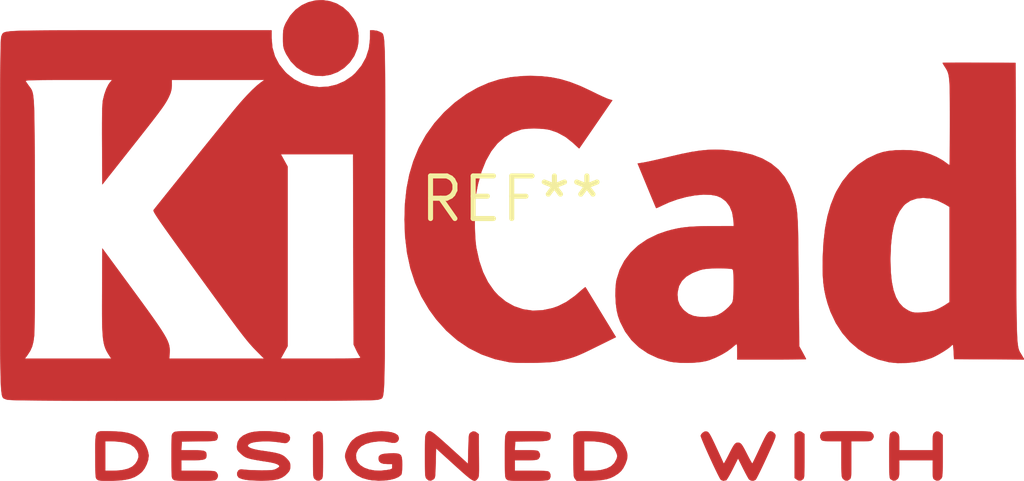
<source format=kicad_pcb>
(kicad_pcb (version 20240108) (generator pcbnew)
  (layers (0 "F.Cu" signal) (31 "B.Cu" signal) (34 "B.Paste" user) (35 "F.Paste" user) (36 "B.SilkS" user "B.Silkscreen") (37 "F.SilkS" user "F.Silkscreen") (38 "B.Mask" user) (39 "F.Mask" user) (44 "Edge.Cuts" user))
  (net 0 "")
  (footprint "KiCad-Logo2_12mm_Copper" (layer "F.Cu") (at 0 0)
    (property "Reference" "REF**")
    (property "Value" "KiCad-Logo2_12mm_Copper")
    (fp_poly (pts (xy 8.619647 6.930797) (xy 8.667285 6.960469) (xy 8.720824 7.003823) (xy 8.720824 7.649785) (xy 8.720653 7.838738) (xy 8.719923 7.987604) (xy 8.718305 8.101655) (xy 8.715471 8.186159) (xy 8.711092 8.246386) (xy 8.704841 8.287608) (xy 8.696389 8.315093) (xy 8.685408 8.334113) (xy 8.677621 8.343485) (xy 8.614463 8.384654) (xy 8.542543 8.382975) (xy 8.479542 8.34787) (xy 8.426002 8.304516) (xy 8.426002 7.003823) (xy 8.479542 6.960469) (xy 8.531215 6.928933) (xy 8.573413 6.917116) (xy 8.619647 6.930797)) (layer "F.Cu") (stroke (width 0.01)) (fill solid))
    (fp_poly (pts (xy -5.66873 6.962473) (xy -5.655509 6.977687) (xy -5.645139 6.997314) (xy -5.637273 7.026611) (xy -5.631567 7.070836) (xy -5.627677 7.135247) (xy -5.625258 7.225101) (xy -5.623964 7.345657) (xy -5.623452 7.502171) (xy -5.623373 7.654169) (xy -5.623513 7.842701) (xy -5.624162 7.991133) (xy -5.625666 8.104724) (xy -5.628369 8.188732) (xy -5.632616 8.248413) (xy -5.638752 8.289025) (xy -5.647121 8.315827) (xy -5.658069 8.334076) (xy -5.66873 8.345866) (xy -5.735031 8.385403) (xy -5.805676 8.381854) (xy -5.868884 8.338734) (xy -5.883407 8.3219) (xy -5.894757 8.302367) (xy -5.903325 8.274738) (xy -5.909502 8.233612) (xy -5.913678 8.173591) (xy -5.916245 8.089274) (xy -5.917592 7.975263) (xy -5.918112 7.826157) (xy -5.918194 7.657346) (xy -5.918194 7.028447) (xy -5.862528 6.972781) (xy -5.793914 6.925948) (xy -5.727357 6.924261) (xy -5.66873 6.962473)) (layer "F.Cu") (stroke (width 0.01)) (fill solid))
    (fp_poly (pts (xy -5.422844 -5.895156) (xy -5.217742 -5.824043) (xy -5.026785 -5.712111) (xy -4.856243 -5.559375) (xy -4.712387 -5.365849) (xy -4.647768 -5.243871) (xy -4.591842 -5.073257) (xy -4.564735 -4.876289) (xy -4.567738 -4.673795) (xy -4.601067 -4.490301) (xy -4.692162 -4.266076) (xy -4.824258 -4.071578) (xy -4.990642 -3.910633) (xy -5.184598 -3.787067) (xy -5.399414 -3.704708) (xy -5.628375 -3.667383) (xy -5.864767 -3.678918) (xy -5.981291 -3.70357) (xy -6.208385 -3.791909) (xy -6.410081 -3.92671) (xy -6.581515 -4.103817) (xy -6.71782 -4.319073) (xy -6.729352 -4.342581) (xy -6.769217 -4.430795) (xy -6.794249 -4.50509) (xy -6.807839 -4.583465) (xy -6.813382 -4.68392) (xy -6.814302 -4.793226) (xy -6.81278 -4.924552) (xy -6.805914 -5.019491) (xy -6.79025 -5.096247) (xy -6.762333 -5.173026) (xy -6.727873 -5.248777) (xy -6.599338 -5.46381) (xy -6.441052 -5.63792) (xy -6.259287 -5.771124) (xy -6.060313 -5.863434) (xy -5.8504 -5.914866) (xy -5.635821 -5.925435) (xy -5.422844 -5.895156)) (layer "F.Cu") (stroke (width 0.01)) (fill solid))
    (fp_poly (pts (xy 10.175463 6.91731) (xy 10.333581 6.91807) (xy 10.456308 6.91966) (xy 10.548626 6.922345) (xy 10.615519 6.92639) (xy 10.661968 6.93206) (xy 10.692957 6.93962) (xy 10.713468 6.949335) (xy 10.723394 6.956803) (xy 10.774911 7.022165) (xy 10.781143 7.090028) (xy 10.749307 7.151677) (xy 10.728488 7.176312) (xy 10.706085 7.19311) (xy 10.673617 7.20357) (xy 10.622606 7.209195) (xy 10.54457 7.211483) (xy 10.43103 7.211935) (xy 10.408731 7.211937) (xy 10.115556 7.211937) (xy 10.115556 7.756223) (xy 10.115363 7.927782) (xy 10.114486 8.059789) (xy 10.112478 8.158045) (xy 10.108894 8.228356) (xy 10.103287 8.276523) (xy 10.095211 8.308351) (xy 10.084218 8.329642) (xy 10.070199 8.345866) (xy 10.004039 8.385734) (xy 9.934974 8.382592) (xy 9.87234 8.337105) (xy 9.867738 8.331468) (xy 9.852757 8.310158) (xy 9.841343 8.285225) (xy 9.833014 8.250609) (xy 9.827287 8.200253) (xy 9.823679 8.128098) (xy 9.821706 8.028086) (xy 9.820886 7.894158) (xy 9.820735 7.741825) (xy 9.820735 7.211937) (xy 9.540767 7.211937) (xy 9.420622 7.211124) (xy 9.337445 7.207956) (xy 9.282863 7.201339) (xy 9.248506 7.190179) (xy 9.226 7.173384) (xy 9.223267 7.170464) (xy 9.190406 7.10369) (xy 9.193312 7.0282) (xy 9.231092 6.962473) (xy 9.245702 6.949724) (xy 9.26454 6.939615) (xy 9.292628 6.93184) (xy 9.33499 6.926095) (xy 9.39665 6.922074) (xy 9.482632 6.919472) (xy 9.597958 6.917982) (xy 9.747652 6.917299) (xy 9.936738 6.917119) (xy 9.976972 6.917116) (xy 10.175463 6.91731)) (layer "F.Cu") (stroke (width 0.01)) (fill solid))
    (fp_poly (pts (xy 12.718282 6.928097) (xy 12.781319 6.972781) (xy 12.836985 7.028447) (xy 12.836985 7.65008) (xy 12.836839 7.834659) (xy 12.83615 7.979383) (xy 12.834537 8.089755) (xy 12.83162 8.171276) (xy 12.827022 8.229449) (xy 12.820361 8.269777) (xy 12.811258 8.29776) (xy 12.799334 8.318903) (xy 12.789981 8.331468) (xy 12.728245 8.380835) (xy 12.657357 8.386193) (xy 12.592566 8.355919) (xy 12.571157 8.338046) (xy 12.556846 8.314305) (xy 12.548214 8.276075) (xy 12.543842 8.214733) (xy 12.54231 8.12166) (xy 12.542163 8.049758) (xy 12.542163 7.778902) (xy 11.544306 7.778902) (xy 11.544306 8.025307) (xy 11.543274 8.137982) (xy 11.539146 8.215418) (xy 11.530371 8.267708) (xy 11.515402 8.304944) (xy 11.497303 8.331468) (xy 11.435221 8.380696) (xy 11.365012 8.386525) (xy 11.297799 8.351535) (xy 11.279448 8.333193) (xy 11.266488 8.308877) (xy 11.257939 8.271001) (xy 11.252825 8.211978) (xy 11.250169 8.124222) (xy 11.248991 8.000146) (xy 11.248854 7.971669) (xy 11.247882 7.737892) (xy 11.247381 7.545228) (xy 11.247544 7.389435) (xy 11.248565 7.266271) (xy 11.250637 7.171493) (xy 11.253953 7.100859) (xy 11.258707 7.050126) (xy 11.265091 7.015052) (xy 11.2733 6.991393) (xy 11.283527 6.974909) (xy 11.294842 6.962473) (xy 11.358849 6.922694) (xy 11.425603 6.928097) (xy 11.48864 6.972781) (xy 11.514149 7.00161) (xy 11.530409 7.033455) (xy 11.539481 7.078808) (xy 11.543426 7.148166) (xy 11.544305 7.252022) (xy 11.544306 7.256264) (xy 11.544306 7.48408) (xy 12.542163 7.48408) (xy 12.542163 7.245955) (xy 12.543181 7.136251) (xy 12.547271 7.062176) (xy 12.555985 7.014027) (xy 12.570875 6.982101) (xy 12.58752 6.962473) (xy 12.651527 6.922694) (xy 12.718282 6.928097)) (layer "F.Cu") (stroke (width 0.01)) (fill solid))
    (fp_poly (pts (xy 2.25073 6.917534) (xy 2.509841 6.926295) (xy 2.730226 6.952863) (xy 2.915519 6.998828) (xy 3.069355 7.065783) (xy 3.195366 7.155316) (xy 3.297187 7.269019) (xy 3.378451 7.408482) (xy 3.38005 7.411883) (xy 3.428549 7.536702) (xy 3.445829 7.647246) (xy 3.431825 7.758497) (xy 3.386468 7.885433) (xy 3.377866 7.904749) (xy 3.319206 8.017806) (xy 3.25328 8.105165) (xy 3.168194 8.179427) (xy 3.052054 8.253191) (xy 3.045307 8.257042) (xy 2.944204 8.305608) (xy 2.829929 8.341879) (xy 2.695141 8.367106) (xy 2.532495 8.382539) (xy 2.334649 8.389431) (xy 2.264747 8.39003) (xy 1.931884 8.391223) (xy 1.884881 8.331468) (xy 1.870938 8.311819) (xy 1.860061 8.288873) (xy 1.851871 8.257129) (xy 1.845987 8.211082) (xy 1.842031 8.145233) (xy 1.840741 8.096402) (xy 2.155377 8.096402) (xy 2.34398 8.096402) (xy 2.454345 8.093174) (xy 2.567641 8.084681) (xy 2.660625 8.072703) (xy 2.666238 8.071694) (xy 2.83139 8.027388) (xy 2.95949 7.960822) (xy 3.05459 7.868907) (xy 3.120743 7.748555) (xy 3.132247 7.716658) (xy 3.143522 7.66698) (xy 3.13864 7.6179) (xy 3.114887 7.552607) (xy 3.100569 7.520532) (xy 3.053682 7.435297) (xy 2.997191 7.375499) (xy 2.935035 7.333857) (xy 2.810532 7.279668) (xy 2.651194 7.240415) (xy 2.465573 7.217812) (xy 2.331136 7.212837) (xy 2.155377 7.211937) (xy 2.155377 8.096402) (xy 1.840741 8.096402) (xy 1.839622 8.054078) (xy 1.838381 7.932115) (xy 1.837928 7.773841) (xy 1.837877 7.65008) (xy 1.837877 7.028447) (xy 1.893543 6.972781) (xy 1.918248 6.950218) (xy 1.944961 6.934766) (xy 1.982264 6.925098) (xy 2.038743 6.919887) (xy 2.122978 6.917805) (xy 2.243555 6.917524) (xy 2.25073 6.917534)) (layer "F.Cu") (stroke (width 0.01)) (fill solid))
    (fp_poly (pts (xy -12.092377 6.917114) (xy -12.01306 6.91792) (xy -11.780649 6.923528) (xy -11.586006 6.940185) (xy -11.422496 6.96968) (xy -11.283486 7.013797) (xy -11.162341 7.074325) (xy -11.052429 7.15305) (xy -11.013171 7.187248) (xy -10.948049 7.267265) (xy -10.889328 7.375846) (xy -10.844069 7.496203) (xy -10.819335 7.611547) (xy -10.816765 7.654169) (xy -10.83287 7.772322) (xy -10.876027 7.901382) (xy -10.938504 8.023542) (xy -11.012567 8.120992) (xy -11.024597 8.13275) (xy -11.126499 8.215394) (xy -11.238088 8.279909) (xy -11.365798 8.327983) (xy -11.516062 8.361307) (xy -11.695314 8.381572) (xy -11.909987 8.390469) (xy -12.008317 8.391223) (xy -12.13334 8.390621) (xy -12.221262 8.388104) (xy -12.280333 8.382604) (xy -12.3188 8.373055) (xy -12.344912 8.358389) (xy -12.358908 8.345866) (xy -12.372129 8.330652) (xy -12.3825 8.311025) (xy -12.390365 8.281728) (xy -12.396071 8.237503) (xy -12.399961 8.173092) (xy -12.40238 8.083237) (xy -12.403674 7.962682) (xy -12.404186 7.806167) (xy -12.404265 7.654169) (xy -12.404765 7.45144) (xy -12.404657 7.289491) (xy -12.402728 7.211937) (xy -12.109444 7.211937) (xy -12.109444 8.096402) (xy -11.922346 8.09623) (xy -11.809764 8.093001) (xy -11.691852 8.084683) (xy -11.593473 8.073048) (xy -11.59048 8.072569) (xy -11.43148 8.034127) (xy -11.308154 7.974256) (xy -11.214343 7.889058) (xy -11.154737 7.796814) (xy -11.11801 7.694489) (xy -11.120858 7.598409) (xy -11.163482 7.495419) (xy -11.246854 7.388876) (xy -11.362386 7.309927) (xy -11.512557 7.257156) (xy -11.612919 7.238481) (xy -11.726843 7.225366) (xy -11.847585 7.215873) (xy -11.950281 7.211927) (xy -11.956364 7.211908) (xy -12.109444 7.211937) (xy -12.402728 7.211937) (xy -12.401529 7.163782) (xy -12.392966 7.069771) (xy -12.376558 7.00292) (xy -12.34989 6.958686) (xy -12.310551 6.932529) (xy -12.256128 6.919909) (xy -12.184207 6.916284) (xy -12.092377 6.917114)) (layer "F.Cu") (stroke (width 0.01)) (fill solid))
    (fp_poly (pts (xy -2.406815 6.925918) (xy -2.359473 6.95369) (xy -2.297572 6.999108) (xy -2.217903 7.064312) (xy -2.11726 7.15144) (xy -1.992432 7.262633) (xy -1.840212 7.40003) (xy -1.665962 7.557999) (xy -1.303105 7.88705) (xy -1.291765 7.445388) (xy -1.287671 7.293357) (xy -1.283722 7.18014) (xy -1.279042 7.099203) (xy -1.272759 7.044016) (xy -1.263998 7.008045) (xy -1.251886 6.984758) (xy -1.235549 6.967622) (xy -1.226887 6.960421) (xy -1.157517 6.922346) (xy -1.091507 6.927913) (xy -1.039144 6.96044) (xy -0.985605 7.003765) (xy -0.978946 7.636482) (xy -0.977103 7.822564) (xy -0.976165 7.968744) (xy -0.976457 8.080474) (xy -0.978303 8.163205) (xy -0.98203 8.222389) (xy -0.98796 8.263476) (xy -0.99642 8.291919) (xy -1.007733 8.313168) (xy -1.02028 8.330211) (xy -1.047424 8.361818) (xy -1.074433 8.382769) (xy -1.10505 8.390811) (xy -1.143023 8.383688) (xy -1.192098 8.359149) (xy -1.25602 8.314937) (xy -1.338535 8.248799) (xy -1.44339 8.158482) (xy -1.574331 8.041731) (xy -1.722658 7.907582) (xy -2.255605 7.424152) (xy -2.266944 7.86437) (xy -2.271045 8.016124) (xy -2.275005 8.129077) (xy -2.279701 8.209775) (xy -2.286013 8.264764) (xy -2.294817 8.300588) (xy -2.306992 8.323793) (xy -2.323417 8.340924) (xy -2.331823 8.347906) (xy -2.406114 8.386257) (xy -2.476312 8.380472) (xy -2.537441 8.331468) (xy -2.551425 8.311753) (xy -2.562324 8.288729) (xy -2.570521 8.256872) (xy -2.5764 8.210658) (xy -2.580344 8.144563) (xy -2.582736 8.053062) (xy -2.583959 7.930634) (xy -2.584398 7.771752) (xy -2.584444 7.654169) (xy -2.584297 7.470256) (xy -2.583599 7.326175) (xy -2.581967 7.216403) (xy -2.579019 7.135416) (xy -2.574369 7.077691) (xy -2.567637 7.037704) (xy -2.558437 7.00993) (xy -2.546386 6.988846) (xy -2.537441 6.976871) (xy -2.514766 6.948503) (xy -2.493575 6.927085) (xy -2.470658 6.914755) (xy -2.442808 6.913653) (xy -2.406815 6.925918)) (layer "F.Cu") (stroke (width 0.01)) (fill solid))
    (fp_poly (pts (xy -3.712553 6.928229) (xy -3.574908 6.951325) (xy -3.469194 6.987228) (xy -3.40042 7.034501) (xy -3.381679 7.061471) (xy -3.362621 7.124198) (xy -3.375446 7.180945) (xy -3.415933 7.234758) (xy -3.478842 7.259933) (xy -3.570123 7.257888) (xy -3.640724 7.244249) (xy -3.797606 7.218263) (xy -3.957934 7.215793) (xy -4.137389 7.236886) (xy -4.186958 7.245823) (xy -4.353823 7.292869) (xy -4.484366 7.362852) (xy -4.577156 7.454579) (xy -4.630761 7.566857) (xy -4.641848 7.624905) (xy -4.634591 7.742676) (xy -4.587739 7.846873) (xy -4.505562 7.935465) (xy -4.392329 8.006421) (xy -4.252309 8.05771) (xy -4.089771 8.087302) (xy -3.908985 8.093166) (xy -3.714218 8.073271) (xy -3.703221 8.071395) (xy -3.625754 8.056966) (xy -3.582802 8.043029) (xy -3.564185 8.022349) (xy -3.559724 7.987693) (xy -3.559623 7.969341) (xy -3.559623 7.892294) (xy -3.697185 7.892294) (xy -3.818662 7.883973) (xy -3.901561 7.857455) (xy -3.949794 7.810412) (xy -3.967276 7.740513) (xy -3.96749 7.73139) (xy -3.957261 7.671645) (xy -3.922188 7.628984) (xy -3.85691 7.600752) (xy -3.75607 7.584294) (xy -3.658395 7.578243) (xy -3.516431 7.574771) (xy -3.413457 7.580069) (xy -3.343227 7.599616) (xy -3.299494 7.638896) (xy -3.27601 7.703389) (xy -3.266529 7.798577) (xy -3.264801 7.923598) (xy -3.267632 8.063146) (xy -3.276147 8.15807) (xy -3.290386 8.208747) (xy -3.293149 8.212716) (xy -3.37133 8.276039) (xy -3.485955 8.326185) (xy -3.62976 8.362085) (xy -3.795476 8.382667) (xy -3.975838 8.38686) (xy -4.163578 8.373592) (xy -4.273998 8.357295) (xy -4.447188 8.308274) (xy -4.608154 8.228133) (xy -4.742924 8.124121) (xy -4.763408 8.103332) (xy -4.829961 8.015936) (xy -4.890011 7.907621) (xy -4.936544 7.794063) (xy -4.962543 7.69094) (xy -4.965676 7.651334) (xy -4.952336 7.568717) (xy -4.91688 7.465926) (xy -4.866111 7.357729) (xy -4.806832 7.258892) (xy -4.754459 7.192875) (xy -4.632006 7.094675) (xy -4.473712 7.016515) (xy -4.285249 6.960162) (xy -4.07229 6.927386) (xy -3.877123 6.919377) (xy -3.712553 6.928229)) (layer "F.Cu") (stroke (width 0.01)) (fill solid))
    (fp_poly (pts (xy 0.667763 6.917503) (xy 0.821162 6.91934) (xy 0.938715 6.923634) (xy 1.025176 6.931395) (xy 1.0853 6.943633) (xy 1.12384 6.961358) (xy 1.145552 6.985579) (xy 1.15519 7.017305) (xy 1.157508 7.057546) (xy 1.15752 7.062298) (xy 1.155508 7.107814) (xy 1.145995 7.142992) (xy 1.123771 7.169251) (xy 1.083622 7.188012) (xy 1.020336 7.200696) (xy 0.928702 7.208722) (xy 0.803507 7.213512) (xy 0.639539 7.216484) (xy 0.589283 7.217143) (xy 0.102967 7.223277) (xy 0.096165 7.353678) (xy 0.089364 7.48408) (xy 0.427159 7.48408) (xy 0.559127 7.484567) (xy 0.653357 7.486626) (xy 0.717465 7.491155) (xy 0.759064 7.499053) (xy 0.78577 7.511218) (xy 0.805198 7.528548) (xy 0.805322 7.528686) (xy 0.840557 7.596224) (xy 0.839283 7.669221) (xy 0.802304 7.731448) (xy 0.794985 7.737844) (xy 0.76901 7.754328) (xy 0.733417 7.765796) (xy 0.680273 7.773111) (xy 0.601648 7.777138) (xy 0.48961 7.77874) (xy 0.417954 7.778902) (xy 0.091627 7.778902) (xy 0.091627 8.096402) (xy 0.587041 8.096402) (xy 0.750606 8.096688) (xy 0.874817 8.097857) (xy 0.965675 8.100377) (xy 1.02918 8.104715) (xy 1.071333 8.111337) (xy 1.098136 8.12071) (xy 1.115589 8.133302) (xy 1.119987 8.137875) (xy 1.15246 8.201249) (xy 1.154836 8.273347) (xy 1.128195 8.335858) (xy 1.107117 8.355919) (xy 1.08519 8.366963) (xy 1.051215 8.375508) (xy 0.999818 8.381852) (xy 0.925625 8.386295) (xy 0.823261 8.389136) (xy 0.687353 8.390675) (xy 0.512525 8.39121) (xy 0.473 8.391223) (xy 0.295244 8.391107) (xy 0.157262 8.390465) (xy 0.053476 8.388857) (xy -0.021697 8.385844) (xy -0.073839 8.380986) (xy -0.108529 8.373844) (xy -0.13135 8.363977) (xy -0.147883 8.350946) (xy -0.156953 8.341589) (xy -0.170606 8.325017) (xy -0.181272 8.304487) (xy -0.18932 8.274616) (xy -0.195116 8.230021) (xy -0.199027 8.165317) (xy -0.201423 8.07512) (xy -0.20267 7.954047) (xy -0.203136 7.796713) (xy -0.203194 7.664291) (xy -0.203051 7.478735) (xy -0.202374 7.333065) (xy -0.200788 7.221811) (xy -0.197919 7.139501) (xy -0.193393 7.080666) (xy -0.186836 7.039834) (xy -0.177874 7.011535) (xy -0.166133 6.990298) (xy -0.156191 6.976871) (xy -0.109188 6.917116) (xy 0.473763 6.917116) (xy 0.667763 6.917503)) (layer "F.Cu") (stroke (width 0.01)) (fill solid))
    (fp_poly (pts (xy -9.262646 6.917275) (xy -9.12321 6.918023) (xy -9.017963 6.919763) (xy -8.941324 6.9229) (xy -8.88771 6.927836) (xy -8.851537 6.934976) (xy -8.827221 6.944724) (xy -8.809181 6.957484) (xy -8.802649 6.963356) (xy -8.762922 7.02575) (xy -8.755769 7.097441) (xy -8.781903 7.161087) (xy -8.793987 7.17395) (xy -8.813532 7.186421) (xy -8.845003 7.196043) (xy -8.894236 7.203282) (xy -8.967066 7.208606) (xy -9.069329 7.212485) (xy -9.206862 7.215387) (xy -9.332603 7.217152) (xy -9.830248 7.223277) (xy -9.837049 7.353678) (xy -9.84385 7.48408) (xy -9.506055 7.48408) (xy -9.359406 7.485345) (xy -9.252044 7.490637) (xy -9.177937 7.502201) (xy -9.131049 7.522281) (xy -9.105347 7.553121) (xy -9.094796 7.596967) (xy -9.093194 7.63766) (xy -9.098173 7.687591) (xy -9.116964 7.724383) (xy -9.155347 7.749958) (xy -9.2191 7.766239) (xy -9.314004 7.775149) (xy -9.445838 7.77861) (xy -9.517794 7.778902) (xy -9.841587 7.778902) (xy -9.841587 8.096402) (xy -9.342658 8.096402) (xy -9.179113 8.096629) (xy -9.054817 8.097652) (xy -8.963666 8.099979) (xy -8.899552 8.104118) (xy -8.85637 8.11058) (xy -8.828013 8.119871) (xy -8.808375 8.132502) (xy -8.798373 8.141759) (xy -8.764062 8.195786) (xy -8.753015 8.243812) (xy -8.768789 8.302474) (xy -8.798373 8.345866) (xy -8.814156 8.359526) (xy -8.834531 8.370133) (xy -8.864978 8.378071) (xy -8.910977 8.383726) (xy -8.97801 8.387482) (xy -9.071558 8.389723) (xy -9.1971 8.390834) (xy -9.360118 8.391199) (xy -9.444712 8.391223) (xy -9.625868 8.391063) (xy -9.767148 8.390325) (xy -9.874032 8.388627) (xy -9.952002 8.385582) (xy -10.006539 8.380806) (xy -10.043122 8.373915) (xy -10.067233 8.364524) (xy -10.084353 8.352248) (xy -10.091051 8.345866) (xy -10.104308 8.330605) (xy -10.114699 8.310916) (xy -10.122571 8.281524) (xy -10.128273 8.237153) (xy -10.132152 8.172526) (xy -10.134557 8.082367) (xy -10.135836 7.961401) (xy -10.136335 7.804351) (xy -10.136408 7.658123) (xy -10.136341 7.470857) (xy -10.13587 7.323651) (xy -10.134593 7.211205) (xy -10.132109 7.128222) (xy -10.128016 7.069403) (xy -10.121911 7.02945) (xy -10.113392 7.003064) (xy -10.102058 6.984948) (xy -10.087505 6.969803) (xy -10.08392 6.966426) (xy -10.066521 6.951478) (xy -10.046305 6.939903) (xy -10.017664 6.931268) (xy -9.974989 6.925145) (xy -9.912675 6.921102) (xy -9.825112 6.918709) (xy -9.706693 6.917534) (xy -9.551811 6.917148) (xy -9.441857 6.917116) (xy -9.262646 6.917275)) (layer "F.Cu") (stroke (width 0.01)) (fill solid))
    (fp_poly (pts (xy 7.727785 6.921068) (xy 7.767139 6.935132) (xy 7.768658 6.93582) (xy 7.8221 6.976604) (xy 7.851545 7.018555) (xy 7.857307 7.038224) (xy 7.857022 7.06436) (xy 7.848915 7.101591) (xy 7.831208 7.154551) (xy 7.802124 7.227868) (xy 7.759887 7.326174) (xy 7.70272 7.454099) (xy 7.628846 7.616275) (xy 7.588184 7.704916) (xy 7.514759 7.863158) (xy 7.445831 8.00868) (xy 7.384032 8.13616) (xy 7.331991 8.240279) (xy 7.292341 8.315716) (xy 7.267711 8.357151) (xy 7.262837 8.362875) (xy 7.200478 8.388125) (xy 7.13004 8.384743) (xy 7.073548 8.354033) (xy 7.071246 8.351535) (xy 7.048774 8.317515) (xy 7.011078 8.251251) (xy 6.962806 8.161272) (xy 6.908608 8.056109) (xy 6.88913 8.017356) (xy 6.742102 7.722863) (xy 6.581843 8.042772) (xy 6.524641 8.153306) (xy 6.471571 8.249167) (xy 6.426969 8.323016) (xy 6.39517 8.367516) (xy 6.384393 8.376952) (xy 6.300626 8.389732) (xy 6.231504 8.362875) (xy 6.211171 8.334172) (xy 6.175986 8.270381) (xy 6.128819 8.177779) (xy 6.07254 8.062643) (xy 6.010019 7.931249) (xy 5.944127 7.789875) (xy 5.877734 7.644797) (xy 5.81371 7.502293) (xy 5.754926 7.36864) (xy 5.704252 7.250114) (xy 5.664558 7.152992) (xy 5.638715 7.083552) (xy 5.629592 7.04807) (xy 5.629685 7.046785) (xy 5.651881 7.002137) (xy 5.696246 6.956663) (xy 5.698859 6.954685) (xy 5.753386 6.923863) (xy 5.803821 6.924161) (xy 5.822724 6.929972) (xy 5.845759 6.94253) (xy 5.87022 6.967234) (xy 5.899042 7.009207) (xy 5.93516 7.073575) (xy 5.981508 7.165463) (xy 6.041019 7.289994) (xy 6.094687 7.404946) (xy 6.156432 7.538195) (xy 6.21176 7.658023) (xy 6.257797 7.758171) (xy 6.29167 7.832378) (xy 6.310502 7.874384) (xy 6.313249 7.880955) (xy 6.325602 7.870213) (xy 6.353993 7.825236) (xy 6.394645 7.752588) (xy 6.443779 7.658834) (xy 6.463331 7.620152) (xy 6.529565 7.489535) (xy 6.580644 7.394411) (xy 6.62076 7.329252) (xy 6.654104 7.288525) (xy 6.684869 7.266701) (xy 6.717245 7.258249) (xy 6.738344 7.257294) (xy 6.775562 7.260592) (xy 6.808176 7.274232) (xy 6.840582 7.303834) (xy 6.877176 7.355016) (xy 6.922354 7.433398) (xy 6.980512 7.5446) (xy 7.0126 7.607858) (xy 7.064648 7.708675) (xy 7.110044 7.79228) (xy 7.14478 7.85162) (xy 7.164853 7.879639) (xy 7.167583 7.880806) (xy 7.180546 7.858754) (xy 7.209569 7.801493) (xy 7.251745 7.715016) (xy 7.304168 7.605316) (xy 7.363931 7.478386) (xy 7.393329 7.415339) (xy 7.469808 7.25263) (xy 7.531392 7.127429) (xy 7.581278 7.035651) (xy 7.622663 6.97321) (xy 7.658744 6.936023) (xy 7.692719 6.920004) (xy 7.727785 6.921068)) (layer "F.Cu") (stroke (width 0.01)) (fill solid))
    (fp_poly (pts (xy -7.211346 6.919696) (xy -7.061048 6.930203) (xy -6.921263 6.946614) (xy -6.800117 6.96831) (xy -6.705734 6.994673) (xy -6.646241 7.025087) (xy -6.637109 7.03404) (xy -6.605355 7.103511) (xy -6.614984 7.174831) (xy -6.664237 7.23585) (xy -6.666587 7.237598) (xy -6.695557 7.256399) (xy -6.725799 7.266285) (xy -6.767981 7.267486) (xy -6.832772 7.26023) (xy -6.930841 7.244747) (xy -6.93873 7.243444) (xy -7.084857 7.225492) (xy -7.242514 7.216636) (xy -7.400636 7.21655) (xy -7.54816 7.224908) (xy -7.67402 7.241382) (xy -7.767152 7.265646) (xy -7.773271 7.268085) (xy -7.840835 7.30594) (xy -7.864573 7.34425) (xy -7.84599 7.381927) (xy -7.786591 7.417883) (xy -7.687881 7.451029) (xy -7.551365 7.480277) (xy -7.460337 7.494359) (xy -7.271118 7.521446) (xy -7.120625 7.546207) (xy -7.002446 7.570786) (xy -6.910171 7.597328) (xy -6.83739 7.627976) (xy -6.77769 7.664875) (xy -6.724662 7.710168) (xy -6.682049 7.754646) (xy -6.631494 7.816618) (xy -6.606615 7.869907) (xy -6.598834 7.935562) (xy -6.598551 7.959606) (xy -6.604395 8.039394) (xy -6.627751 8.098753) (xy -6.668173 8.151439) (xy -6.750324 8.231977) (xy -6.841932 8.293397) (xy -6.949804 8.337702) (xy -7.080745 8.366895) (xy -7.241564 8.382979) (xy -7.439066 8.387956) (xy -7.471676 8.387872) (xy -7.603381 8.385142) (xy -7.733995 8.378939) (xy -7.849281 8.370153) (xy -7.935 8.359673) (xy -7.941933 8.35847) (xy -8.027159 8.338281) (xy -8.099447 8.312778) (xy -8.14037 8.289462) (xy -8.178454 8.227952) (xy -8.181105 8.156325) (xy -8.148275 8.092494) (xy -8.14093 8.085276) (xy -8.110568 8.06383) (xy -8.072598 8.05459) (xy -8.013832 8.056163) (xy -7.942492 8.064336) (xy -7.862777 8.071637) (xy -7.751029 8.077797) (xy -7.620572 8.082267) (xy -7.484726 8.084499) (xy -7.448998 8.084646) (xy -7.312646 8.084096) (xy -7.212856 8.081449) (xy -7.140848 8.075786) (xy -7.08784 8.066189) (xy -7.045053 8.05174) (xy -7.01934 8.039705) (xy -6.962837 8.006288) (xy -6.926813 7.976024) (xy -6.921548 7.967445) (xy -6.932655 7.932019) (xy -6.985457 7.897724) (xy -7.076296 7.866117) (xy -7.201512 7.838754) (xy -7.238404 7.832659) (xy -7.431098 7.802393) (xy -7.584884 7.777096) (xy -7.705697 7.754929) (xy -7.799475 7.734053) (xy -7.872151 7.71263) (xy -7.929663 7.688822) (xy -7.977945 7.660791) (xy -8.022933 7.626698) (xy -8.070563 7.584705) (xy -8.086591 7.569982) (xy -8.142786 7.515037) (xy -8.172532 7.471504) (xy -8.184169 7.421688) (xy -8.186051 7.358912) (xy -8.165331 7.235808) (xy -8.103409 7.131214) (xy -8.000639 7.045468) (xy -7.857378 6.978907) (xy -7.755158 6.949052) (xy -7.644063 6.92977) (xy -7.510979 6.918862) (xy -7.364032 6.91571) (xy -7.211346 6.919696)) (layer "F.Cu") (stroke (width 0.01)) (fill solid))
    (fp_poly (pts (xy 0.875193 -3.659223) (xy 1.169706 -3.626981) (xy 1.455039 -3.569271) (xy 1.7428 -3.483083) (xy 2.044596 -3.365407) (xy 2.372034 -3.213233) (xy 2.431001 -3.183757) (xy 2.566324 -3.11709) (xy 2.693951 -3.057061) (xy 2.801287 -3.009401) (xy 2.875736 -2.979845) (xy 2.887173 -2.976124) (xy 2.996774 -2.943286) (xy 2.506155 -2.229547) (xy 2.386206 -2.055105) (xy 2.276539 -1.89573) (xy 2.180883 -1.756832) (xy 2.102969 -1.643822) (xy 2.046525 -1.56211) (xy 2.015281 -1.517109) (xy 2.010205 -1.509982) (xy 1.989588 -1.524883) (xy 1.938839 -1.56968) (xy 1.867034 -1.636235) (xy 1.827406 -1.673853) (xy 1.602882 -1.852432) (xy 1.350726 -1.988132) (xy 1.13344 -2.062463) (xy 1.003007 -2.085807) (xy 0.839693 -2.100033) (xy 0.662707 -2.104876) (xy 0.491256 -2.100074) (xy 0.344548 -2.085362) (xy 0.286007 -2.074095) (xy 0.022147 -1.983315) (xy -0.215622 -1.844704) (xy -0.427124 -1.658515) (xy -0.612184 -1.425001) (xy -0.770625 -1.144416) (xy -0.902271 -0.817013) (xy -1.006946 -0.443045) (xy -1.069155 -0.122903) (xy -1.085386 0.018426) (xy -1.096444 0.201004) (xy -1.102437 0.411709) (xy -1.103473 0.637422) (xy -1.099657 0.865022) (xy -1.091097 1.081389) (xy -1.077899 1.273402) (xy -1.06017 1.427943) (xy -1.056333 1.451786) (xy -0.971749 1.83586) (xy -0.856505 2.175783) (xy -0.709897 2.473078) (xy -0.531226 2.729268) (xy -0.4044 2.867775) (xy -0.176475 3.055828) (xy 0.073488 3.19522) (xy 0.34127 3.285195) (xy 0.622656 3.324994) (xy 0.913429 3.313857) (xy 1.209373 3.251026) (xy 1.38434 3.189547) (xy 1.626466 3.066436) (xy 1.87602 2.889837) (xy 2.015809 2.770412) (xy 2.094301 2.701291) (xy 2.15597 2.650579) (xy 2.191072 2.626144) (xy 2.19543 2.625398) (xy 2.211097 2.650367) (xy 2.251692 2.716348) (xy 2.313757 2.817685) (xy 2.393833 2.948721) (xy 2.488462 3.1038) (xy 2.594186 3.277265) (xy 2.653033 3.373896) (xy 3.102526 4.112201) (xy 2.541317 4.389549) (xy 2.338404 4.489172) (xy 2.174027 4.567729) (xy 2.038139 4.629122) (xy 1.920691 4.677253) (xy 1.811636 4.716023) (xy 1.700926 4.749333) (xy 1.578513 4.781086) (xy 1.461182 4.808969) (xy 1.356895 4.830546) (xy 1.247832 4.846851) (xy 1.123073 4.858791) (xy 0.971703 4.86727) (xy 0.782801 4.873192) (xy 0.655483 4.875749) (xy 0.473823 4.877494) (xy 0.299633 4.876614) (xy 0.144443 4.87336) (xy 0.019777 4.867984) (xy -0.062834 4.860735) (xy -0.06773 4.860012) (xy -0.496709 4.767205) (xy -0.899551 4.626449) (xy -1.276112 4.437839) (xy -1.626252 4.201466) (xy -1.949828 3.917424) (xy -2.2467 3.585805) (xy -2.461701 3.291075) (xy -2.690589 2.905298) (xy -2.875611 2.497895) (xy -3.017662 2.0656) (xy -3.117636 1.605146) (xy -3.176428 1.113267) (xy -3.194951 0.613799) (xy -3.179717 0.130634) (xy -3.131844 -0.315158) (xy -3.049811 -0.731095) (xy -2.932097 -1.124696) (xy -2.777181 -1.503482) (xy -2.758683 -1.542725) (xy -2.554894 -1.90956) (xy -2.304598 -2.25864) (xy -2.014885 -2.58274) (xy -1.692846 -2.874634) (xy -1.345574 -3.127096) (xy -1.021987 -3.312286) (xy -0.695096 -3.45733) (xy -0.367511 -3.562397) (xy -0.026552 -3.630347) (xy 0.340465 -3.66404) (xy 0.559892 -3.669008) (xy 0.875193 -3.659223)) (layer "F.Cu") (stroke (width 0.01)) (fill solid))
    (fp_poly (pts (xy 13.610967 -4.064382) (xy 13.843254 -4.063429) (xy 13.922204 -4.062948) (xy 15.007849 -4.055807) (xy 15.021505 0.109247) (xy 15.023308 0.674041) (xy 15.024908 1.186864) (xy 15.026406 1.650371) (xy 15.027906 2.067214) (xy 15.029509 2.440045) (xy 15.03132 2.771519) (xy 15.03344 3.064286) (xy 15.035972 3.321002) (xy 15.03902 3.544318) (xy 15.042685 3.736887) (xy 15.047071 3.901363) (xy 15.05228 4.040398) (xy 15.058416 4.156644) (xy 15.06558 4.252756) (xy 15.073875 4.331386) (xy 15.083405 4.395187) (xy 15.094272 4.446811) (xy 15.106579 4.488912) (xy 15.120428 4.524143) (xy 15.135923 4.555156) (xy 15.153165 4.584604) (xy 15.172258 4.615141) (xy 15.193305 4.649418) (xy 15.197619 4.65672) (xy 15.269996 4.780221) (xy 14.223976 4.773068) (xy 13.177956 4.765914) (xy 13.164301 4.536142) (xy 13.156865 4.425873) (xy 13.149117 4.362122) (xy 13.138603 4.336827) (xy 13.122872 4.341922) (xy 13.109677 4.356498) (xy 13.052197 4.409591) (xy 12.958513 4.477837) (xy 12.841825 4.55308) (xy 12.715331 4.627167) (xy 12.592231 4.691943) (xy 12.497713 4.734561) (xy 12.276274 4.804595) (xy 12.022207 4.854204) (xy 11.754266 4.881494) (xy 11.491211 4.884569) (xy 11.251795 4.861532) (xy 11.247853 4.860873) (xy 10.920253 4.778669) (xy 10.613587 4.6477) (xy 10.330814 4.47078) (xy 10.074892 4.250726) (xy 9.848778 3.990351) (xy 9.65543 3.692472) (xy 9.497806 3.359904) (xy 9.411984 3.113548) (xy 9.355389 2.907445) (xy 9.313418 2.707867) (xy 9.284789 2.50269) (xy 9.268218 2.279791) (xy 9.262423 2.027045) (xy 9.264989 1.820662) (xy 11.280325 1.820662) (xy 11.289862 2.166732) (xy 11.319946 2.464467) (xy 11.371503 2.71651) (xy 11.445458 2.925502) (xy 11.542738 3.094086) (xy 11.664266 3.224906) (xy 11.804546 3.317385) (xy 11.87754 3.351909) (xy 11.940847 3.372607) (xy 12.011427 3.382077) (xy 12.106242 3.382915) (xy 12.208387 3.379228) (xy 12.409261 3.36151) (xy 12.568134 3.326813) (xy 12.618064 3.309433) (xy 12.732075 3.258102) (xy 12.852323 3.193643) (xy 12.904838 3.161376) (xy 13.041397 3.071805) (xy 13.041397 0.232706) (xy 12.891182 0.142665) (xy 12.681692 0.040923) (xy 12.467658 -0.019249) (xy 12.256909 -0.038204) (xy 12.057273 -0.016299) (xy 11.876577 0.046113) (xy 11.722649 0.148676) (xy 11.672981 0.197906) (xy 11.553262 0.359211) (xy 11.456364 0.554471) (xy 11.381477 0.787031) (xy 11.327793 1.060239) (xy 11.2945 1.377441) (xy 11.280789 1.741984) (xy 11.280325 1.820662) (xy 9.264989 1.820662) (xy 9.266058 1.734756) (xy 9.289082 1.285158) (xy 9.335378 0.879628) (xy 9.406164 0.512257) (xy 9.502661 0.177137) (xy 9.626087 -0.131637) (xy 9.670131 -0.223178) (xy 9.84754 -0.521704) (xy 10.06193 -0.786993) (xy 10.308259 -1.014763) (xy 10.581487 -1.200732) (xy 10.876574 -1.340618) (xy 11.053459 -1.398322) (xy 11.227178 -1.432578) (xy 11.436205 -1.452959) (xy 11.663014 -1.459475) (xy 11.890084 -1.452134) (xy 12.099892 -1.430945) (xy 12.268352 -1.397705) (xy 12.468857 -1.332518) (xy 12.663195 -1.248693) (xy 12.833224 -1.15472) (xy 12.923721 -1.090942) (xy 12.986144 -1.043516) (xy 13.029853 -1.014639) (xy 13.039796 -1.010538) (xy 13.042879 -1.036959) (xy 13.045753 -1.112661) (xy 13.048355 -1.232302) (xy 13.050621 -1.390538) (xy 13.052488 -1.582027) (xy 13.053891 -1.801426) (xy 13.054767 -2.043393) (xy 13.055053 -2.289853) (xy 13.054894 -2.605524) (xy 13.054108 -2.871663) (xy 13.052238 -3.093359) (xy 13.048825 -3.275704) (xy 13.043409 -3.423788) (xy 13.035531 -3.542701) (xy 13.024733 -3.637535) (xy 13.010555 -3.71338) (xy 12.992539 -3.775326) (xy 12.970225 -3.828464) (xy 12.943154 -3.877885) (xy 12.910867 -3.928679) (xy 12.906713 -3.934969) (xy 12.865071 -4.000755) (xy 12.839929 -4.045992) (xy 12.836559 -4.055534) (xy 12.862903 -4.058545) (xy 12.938069 -4.060994) (xy 13.056257 -4.062842) (xy 13.211669 -4.064049) (xy 13.398506 -4.064576) (xy 13.610967 -4.064382)) (layer "F.Cu") (stroke (width 0.01)) (fill solid))
    (fp_poly (pts (xy 6.300951 -1.463632) (xy 6.436272 -1.453389) (xy 6.823442 -1.401878) (xy 7.166321 -1.319717) (xy 7.46658 -1.205778) (xy 7.725888 -1.058928) (xy 7.945916 -0.878038) (xy 8.128334 -0.661978) (xy 8.274811 -0.409616) (xy 8.381771 -0.136559) (xy 8.408921 -0.049459) (xy 8.432564 0.032107) (xy 8.452977 0.112529) (xy 8.470439 0.196199) (xy 8.48523 0.287508) (xy 8.497627 0.390847) (xy 8.507911 0.510609) (xy 8.516358 0.651183) (xy 8.523248 0.816962) (xy 8.528861 1.012336) (xy 8.533473 1.241698) (xy 8.537365 1.509437) (xy 8.540815 1.819947) (xy 8.544102 2.177618) (xy 8.546451 2.458064) (xy 8.562258 4.383548) (xy 8.664677 4.568843) (xy 8.713175 4.658111) (xy 8.749266 4.727448) (xy 8.766483 4.764354) (xy 8.767096 4.766854) (xy 8.74078 4.769715) (xy 8.665811 4.772351) (xy 8.548161 4.774689) (xy 8.3938 4.776653) (xy 8.2087 4.77817) (xy 7.998832 4.779165) (xy 7.770167 4.779565) (xy 7.742903 4.77957) (xy 6.718709 4.77957) (xy 6.718709 4.547419) (xy 6.716963 4.442507) (xy 6.712302 4.362271) (xy 6.705596 4.319251) (xy 6.702632 4.315269) (xy 6.675523 4.33195) (xy 6.619731 4.375731) (xy 6.547215 4.437216) (xy 6.545589 4.438638) (xy 6.413257 4.53716) (xy 6.246133 4.636089) (xy 6.0631 4.725706) (xy 5.883043 4.796293) (xy 5.803763 4.820414) (xy 5.645991 4.851051) (xy 5.452397 4.870602) (xy 5.240704 4.878787) (xy 5.028632 4.875327) (xy 4.833904 4.859945) (xy 4.697634 4.837811) (xy 4.363454 4.739676) (xy 4.062603 4.599819) (xy 3.797039 4.419974) (xy 3.568721 4.201876) (xy 3.379606 3.947261) (xy 3.231653 3.657864) (xy 3.167825 3.482258) (xy 3.127823 3.311576) (xy 3.101313 3.106678) (xy 3.089047 2.886464) (xy 3.08945 2.85442) (xy 4.936612 2.85442) (xy 4.95193 3.018053) (xy 5.002935 3.154042) (xy 5.097204 3.280208) (xy 5.133411 3.317203) (xy 5.26212 3.417221) (xy 5.410885 3.481294) (xy 5.589113 3.512309) (xy 5.776798 3.514593) (xy 5.954814 3.499514) (xy 6.091112 3.470021) (xy 6.150306 3.447869) (xy 6.256995 3.387496) (xy 6.370037 3.302589) (xy 6.473175 3.207295) (xy 6.550151 3.11576) (xy 6.570591 3.082181) (xy 6.586481 3.035157) (xy 6.597778 2.960333) (xy 6.605009 2.85056) (xy 6.6087 2.698692) (xy 6.609462 2.554155) (xy 6.608946 2.385644) (xy 6.60686 2.263799) (xy 6.602402 2.180666) (xy 6.594765 2.128292) (xy 6.583146 2.098726) (xy 6.56674 2.084013) (xy 6.561666 2.08167) (xy 6.51757 2.074453) (xy 6.4306 2.06855) (xy 6.3125 2.064493) (xy 6.175014 2.062815) (xy 6.145161 2.062813) (xy 5.961386 2.065746) (xy 5.819407 2.074469) (xy 5.706591 2.090177) (xy 5.613402 2.113118) (xy 5.382246 2.200535) (xy 5.200973 2.30801) (xy 5.068014 2.437262) (xy 4.981801 2.59001) (xy 4.940762 2.767972) (xy 4.936612 2.85442) (xy 3.08945 2.85442) (xy 3.091776 2.669834) (xy 3.110252 2.475689) (xy 3.124664 2.397252) (xy 3.21669 2.106017) (xy 3.356623 1.838054) (xy 3.541823 1.595932) (xy 3.769648 1.382221) (xy 4.037457 1.199492) (xy 4.342607 1.050314) (xy 4.602043 0.959727) (xy 4.775434 0.912136) (xy 4.941282 0.875155) (xy 5.110329 0.847585) (xy 5.293317 0.828224) (xy 5.500989 0.815871) (xy 5.744087 0.809326) (xy 5.963872 0.807483) (xy 6.615594 0.805699) (xy 6.603109 0.609798) (xy 6.567657 0.397243) (xy 6.492241 0.214543) (xy 6.380073 0.066262) (xy 6.234364 -0.04304) (xy 6.106064 -0.096376) (xy 5.922235 -0.12999) (xy 5.703394 -0.134817) (xy 5.4598 -0.112637) (xy 5.20171 -0.065228) (xy 4.939385 0.005629) (xy 4.683082 0.098155) (xy 4.496824 0.182778) (xy 4.407211 0.226231) (xy 4.338858 0.25658) (xy 4.304097 0.268423) (xy 4.302211 0.268043) (xy 4.290215 0.241518) (xy 4.260262 0.17121) (xy 4.21517 0.063855) (xy 4.157757 -0.07381) (xy 4.090842 -0.235051) (xy 4.022824 -0.399605) (xy 3.750897 -1.058672) (xy 3.944319 -1.090441) (xy 4.028154 -1.106381) (xy 4.154183 -1.133153) (xy 4.311608 -1.168327) (xy 4.489633 -1.209472) (xy 4.677463 -1.254158) (xy 4.752258 -1.272317) (xy 5.075838 -1.347369) (xy 5.359132 -1.403638) (xy 5.612715 -1.442262) (xy 5.847162 -1.464377) (xy 6.073049 -1.471122) (xy 6.300951 -1.463632)) (layer "F.Cu") (stroke (width 0.01)) (fill solid))
    (fp_poly (pts (xy -11.847446 -5.025459) (xy -11.321244 -5.025387) (xy -11.076303 -5.025377) (xy -7.155699 -5.025377) (xy -7.155699 -4.794266) (xy -7.131032 -4.513024) (xy -7.056584 -4.253641) (xy -6.931686 -4.014576) (xy -6.75567 -3.794286) (xy -6.696118 -3.73479) (xy -6.481895 -3.566029) (xy -6.24569 -3.442948) (xy -5.994517 -3.36549) (xy -5.735393 -3.333601) (xy -5.475333 -3.347224) (xy -5.221353 -3.406303) (xy -4.980469 -3.510783) (xy -4.759696 -3.660607) (xy -4.660543 -3.750999) (xy -4.475773 -3.972624) (xy -4.340284 -4.216339) (xy -4.255256 -4.479357) (xy -4.221872 -4.758894) (xy -4.221428 -4.786394) (xy -4.219678 -5.025368) (xy -4.114645 -5.025372) (xy -4.02147 -5.012727) (xy -3.936356 -4.98196) (xy -3.930731 -4.978781) (xy -3.911508 -4.968806) (xy -3.893855 -4.961038) (xy -3.877708 -4.953213) (xy -3.863005 -4.94307) (xy -3.849681 -4.928345) (xy -3.837672 -4.906775) (xy -3.826915 -4.876099) (xy -3.817346 -4.834053) (xy -3.808901 -4.778374) (xy -3.801516 -4.706801) (xy -3.795127 -4.61707) (xy -3.789671 -4.506918) (xy -3.785084 -4.374084) (xy -3.781302 -4.216304) (xy -3.77826 -4.031316) (xy -3.775897 -3.816856) (xy -3.774147 -3.570663) (xy -3.772947 -3.290473) (xy -3.772232 -2.974025) (xy -3.77194 -2.619054) (xy -3.772007 -2.2233) (xy -3.772368 -1.784498) (xy -3.77296 -1.300386) (xy -3.773719 -0.768702) (xy -3.774581 -0.187183) (xy -3.775482 0.446433) (xy -3.775587 0.523629) (xy -3.776395 1.161287) (xy -3.777081 1.746582) (xy -3.777717 2.281778) (xy -3.778376 2.769136) (xy -3.779131 3.210917) (xy -3.780053 3.609382) (xy -3.781216 3.966795) (xy -3.782693 4.285415) (xy -3.784555 4.567506) (xy -3.786876 4.815328) (xy -3.789729 5.031143) (xy -3.793185 5.217213) (xy -3.797318 5.3758) (xy -3.8022 5.509164) (xy -3.807904 5.619569) (xy -3.814502 5.709275) (xy -3.822068 5.780544) (xy -3.830673 5.835638) (xy -3.84039 5.876818) (xy -3.851293 5.906346) (xy -3.863453 5.926484) (xy -3.876943 5.939493) (xy -3.891837 5.947636) (xy -3.908206 5.953173) (xy -3.926123 5.958366) (xy -3.945661 5.965477) (xy -3.950434 5.967642) (xy -3.965434 5.972506) (xy -3.990541 5.976976) (xy -4.027946 5.981066) (xy -4.079842 5.984793) (xy -4.14842 5.988173) (xy -4.235873 5.991221) (xy -4.344394 5.993954) (xy -4.476174 5.996387) (xy -4.633406 5.998537) (xy -4.818281 6.000419) (xy -5.032993 6.002049) (xy -5.279734 6.003443) (xy -5.560694 6.004617) (xy -5.878068 6.005587) (xy -6.234047 6.006369) (xy -6.630822 6.006979) (xy -7.070588 6.007432) (xy -7.555535 6.007745) (xy -8.087856 6.007934) (xy -8.669743 6.008013) (xy -9.303389 6.008) (xy -9.508644 6.00798) (xy -10.156347 6.007876) (xy -10.751644 6.007706) (xy -11.296755 6.007453) (xy -11.793897 6.007098) (xy -12.24529 6.006626) (xy -12.653151 6.006018) (xy -13.0197 6.005258) (xy -13.347154 6.004327) (xy -13.637732 6.003209) (xy -13.893652 6.001886) (xy -14.117133 6.000341) (xy -14.310394 5.998557) (xy -14.475652 5.996516) (xy -14.615127 5.994201) (xy -14.731037 5.991594) (xy -14.8256 5.988678) (xy -14.901034 5.985436) (xy -14.959558 5.981851) (xy -15.003391 5.977905) (xy -15.034752 5.973581) (xy -15.055857 5.968862) (xy -15.067363 5.96454) (xy -15.087812 5.955916) (xy -15.106587 5.949557) (xy -15.12376 5.943203) (xy -15.139402 5.934597) (xy -15.153584 5.92148) (xy -15.166377 5.901594) (xy -15.177852 5.872679) (xy -15.18808 5.832479) (xy -15.197133 5.778733) (xy -15.20508 5.709185) (xy -15.211994 5.621574) (xy -15.217945 5.513644) (xy -15.223005 5.383135) (xy -15.227245 5.227789) (xy -15.230735 5.045348) (xy -15.233547 4.833553) (xy -15.234283 4.752258) (xy -14.505361 4.752258) (xy -11.928987 4.752258) (xy -11.978561 4.67715) (xy -12.027878 4.599968) (xy -12.06964 4.526469) (xy -12.104441 4.451512) (xy -12.132877 4.369953) (xy -12.15554 4.276648) (xy -12.173025 4.166453) (xy -12.185926 4.034225) (xy -12.194837 3.87482) (xy -12.200352 3.683095) (xy -12.203064 3.453907) (xy -12.203569 3.182112) (xy -12.202459 2.862566) (xy -12.20183 2.743932) (xy -12.194732 1.472123) (xy -11.389033 2.56901) (xy -11.160779 2.880183) (xy -10.963025 3.151143) (xy -10.793635 3.385478) (xy -10.650473 3.58678) (xy -10.531405 3.758637) (xy -10.434295 3.90464) (xy -10.357007 4.028378) (xy -10.297407 4.133441) (xy -10.253359 4.22342) (xy -10.222728 4.301903) (xy -10.203378 4.37248) (xy -10.193175 4.438742) (xy -10.189983 4.504277) (xy -10.191667 4.572677) (xy -10.192097 4.581274) (xy -10.200968 4.752372) (xy -8.789236 4.752315) (xy -7.377505 4.752258) (xy -7.587516 4.5405) (xy -7.644504 4.482582) (xy -7.698566 4.426225) (xy -7.752076 4.368322) (xy -7.807404 4.305764) (xy -7.866925 4.235443) (xy -7.933011 4.154251) (xy -8.008034 4.059081) (xy -8.094367 3.946823) (xy -8.194383 3.81437) (xy -8.310454 3.658614) (xy -8.444952 3.476446) (xy -8.600251 3.26476) (xy -8.778722 3.020446) (xy -8.98274 2.740397) (xy -9.214675 2.421504) (xy -9.404782 2.15992) (xy -9.643372 1.831292) (xy -9.851508 1.543957) (xy -10.031075 1.295187) (xy -10.183957 1.082254) (xy -10.312041 0.90243) (xy -10.417212 0.752986) (xy -10.501355 0.631196) (xy -10.566357 0.534331) (xy -10.614103 0.459662) (xy -10.646477 0.404463) (xy -10.665366 0.366004) (xy -10.672655 0.341559) (xy -10.670464 0.328706) (xy -10.643913 0.294504) (xy -10.586508 0.222108) (xy -10.501713 0.11582) (xy -10.392992 -0.020055) (xy -10.263808 -0.181216) (xy -10.117626 -0.363357) (xy -9.957909 -0.562178) (xy -9.788121 -0.773373) (xy -9.611726 -0.992641) (xy -9.432187 -1.215677) (xy -9.333435 -1.33828) (xy -6.881548 -1.33828) (xy -6.677742 -0.96957) (xy -6.677742 4.383548) (xy -6.881548 4.752258) (xy -5.676111 4.752258) (xy -5.388341 4.752174) (xy -5.150647 4.751797) (xy -4.958482 4.750935) (xy -4.807298 4.7494) (xy -4.692548 4.747) (xy -4.609685 4.743546) (xy -4.554162 4.738849) (xy -4.52143 4.732717) (xy -4.506943 4.724961) (xy -4.506153 4.715391) (xy -4.514513 4.703817) (xy -4.514599 4.703721) (xy -4.549036 4.653907) (xy -4.594637 4.57291) (xy -4.634908 4.492055) (xy -4.711291 4.328925) (xy -4.719081 1.495322) (xy -4.726871 -1.33828) (xy -6.881548 -1.33828) (xy -9.333435 -1.33828) (xy -9.252969 -1.438179) (xy -9.077536 -1.655843) (xy -8.90935 -1.864367) (xy -8.751877 -2.059446) (xy -8.608579 -2.236779) (xy -8.482921 -2.392061) (xy -8.378366 -2.52099) (xy -8.298379 -2.619262) (xy -8.251398 -2.676559) (xy -8.068963 -2.89082) (xy -7.893452 -3.08417) (xy -7.731016 -3.25028) (xy -7.587805 -3.38282) (xy -7.486171 -3.464079) (xy -7.365998 -3.550538) (xy -10.12984 -3.550538) (xy -10.129064 -3.388354) (xy -10.136788 -3.269117) (xy -10.165828 -3.158574) (xy -10.210782 -3.053784) (xy -10.240004 -2.994584) (xy -10.271423 -2.935926) (xy -10.307909 -2.873914) (xy -10.352331 -2.804655) (xy -10.407561 -2.724254) (xy -10.476469 -2.628819) (xy -10.561923 -2.514453) (xy -10.666796 -2.377265) (xy -10.793955 -2.213358) (xy -10.946273 -2.01884) (xy -11.126618 -1.789815) (xy -11.337862 -1.522391) (xy -11.361721 -1.492217) (xy -12.194732 -0.438805) (xy -12.202796 -1.605478) (xy -12.20442 -1.954931) (xy -12.204074 -2.25077) (xy -12.201742 -2.49397) (xy -12.197407 -2.685507) (xy -12.191051 -2.826356) (xy -12.182659 -2.917492) (xy -12.179838 -2.93478) (xy -12.135584 -3.116883) (xy -12.077602 -3.28105) (xy -12.011437 -3.413046) (xy -11.971687 -3.469028) (xy -11.903102 -3.550538) (xy -13.204453 -3.550538) (xy -13.514885 -3.550272) (xy -13.774477 -3.549409) (xy -13.987014 -3.547846) (xy -14.156276 -3.545483) (xy -14.286048 -3.54222) (xy -14.380111 -3.537955) (xy -14.442248 -3.532587) (xy -14.476241 -3.526017) (xy -14.485874 -3.518142) (xy -14.485208 -3.516398) (xy -14.45762 -3.474757) (xy -14.411564 -3.408752) (xy -14.387735 -3.375369) (xy -14.363099 -3.342056) (xy -14.340955 -3.312266) (xy -14.321164 -3.283067) (xy -14.303586 -3.251526) (xy -14.288081 -3.214714) (xy -14.274511 -3.169697) (xy -14.262736 -3.113545) (xy -14.252616 -3.043325) (xy -14.244013 -2.956106) (xy -14.236786 -2.848957) (xy -14.230796 -2.718945) (xy -14.225904 -2.563139) (xy -14.221971 -2.378607) (xy -14.218857 -2.162419) (xy -14.216422 -1.911641) (xy -14.214527 -1.623342) (xy -14.213033 -1.294591) (xy -14.211801 -0.922457) (xy -14.21069 -0.504006) (xy -14.209562 -0.036309) (xy -14.208508 0.393354) (xy -14.207512 0.872353) (xy -14.206994 1.329362) (xy -14.206941 1.761464) (xy -14.207338 2.165738) (xy -14.208172 2.539265) (xy -14.209429 2.879127) (xy -14.211094 3.182404) (xy -14.213156 3.446177) (xy -14.215599 3.667527) (xy -14.21841 3.843535) (xy -14.221576 3.971283) (xy -14.225082 4.047849) (xy -14.225745 4.055941) (xy -14.249905 4.241568) (xy -14.287624 4.390647) (xy -14.345064 4.52075) (xy -14.428389 4.649452) (xy -14.438811 4.663494) (xy -14.505361 4.752258) (xy -15.234283 4.752258) (xy -15.235752 4.590145) (xy -15.237421 4.312867) (xy -15.238625 3.999459) (xy -15.239435 3.647664) (xy -15.239922 3.255223) (xy -15.240156 2.819877) (xy -15.240211 2.339368) (xy -15.240156 1.811438) (xy -15.240062 1.233828) (xy -15.240002 0.604279) (xy -15.24 0.479301) (xy -15.239965 -0.156878) (xy -15.239847 -0.740675) (xy -15.239628 -1.274332) (xy -15.239292 -1.760091) (xy -15.238822 -2.200195) (xy -15.238198 -2.596884) (xy -15.237406 -2.952401) (xy -15.236426 -3.268988) (xy -15.235242 -3.548887) (xy -15.233836 -3.794339) (xy -15.23219 -4.007587) (xy -15.230288 -4.190872) (xy -15.228113 -4.346436) (xy -15.225645 -4.476522) (xy -15.222869 -4.583371) (xy -15.219767 -4.669225) (xy -15.216321 -4.736326) (xy -15.212515 -4.786916) (xy -15.20833 -4.823236) (xy -15.203749 -4.84753) (xy -15.198755 -4.862038) (xy -15.19857 -4.8624) (xy -15.188285 -4.884563) (xy -15.179718 -4.904628) (xy -15.170241 -4.922699) (xy -15.157226 -4.938879) (xy -15.138043 -4.953274) (xy -15.110065 -4.965986) (xy -15.070663 -4.97712) (xy -15.017208 -4.986779) (xy -14.947071 -4.995068) (xy -14.857624 -5.00209) (xy -14.746238 -5.00795) (xy -14.610284 -5.01275) (xy -14.447135 -5.016596) (xy -14.254161 -5.019591) (xy -14.028733 -5.021839) (xy -13.768224 -5.023444) (xy -13.470004 -5.024509) (xy -13.131445 -5.02514) (xy -12.749918 -5.025439) (xy -12.322794 -5.02551) (xy -11.847446 -5.025459)) (layer "F.Cu") (stroke (width 0.01)) (fill solid))
  )
)
</source>
